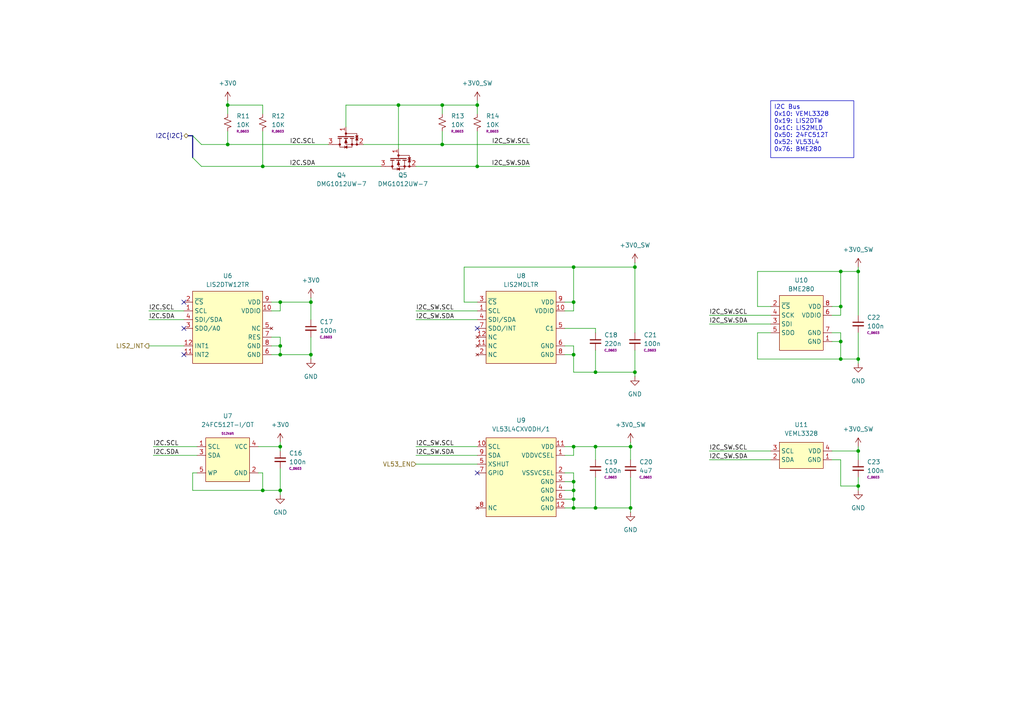
<source format=kicad_sch>
(kicad_sch (version 20250114) (generator "eeschema") (generator_version "9.0")
  (paper "A4")
  (title_block (title "Puzzlebox") (date "2025-12-27") (rev "v1.0") (company "TL Embedded Ltd"))
  (lib_symbols
    (symbol "C_Capacitor:C_0603" (pin_numbers (hide yes)) (pin_names (offset 1.016))
      (property "Reference" "C" (at 3.175 1.905 0))
      (property "Value" "100n" (at 5.08 0 0))
      (property "Size" "C_0603" (at 4.445 -1.905 0))
      (symbol "C_0603_1_1"
        (polyline (pts (xy -1.524 0.508) (xy 1.524 0.508)) (stroke (width 0.3048)))
        (polyline (pts (xy -1.524 -0.508) (xy 1.524 -0.508)) (stroke (width 0.3302)))
        (pin passive line (at 0 2.54 270) (length 2.032) (name "~") (number "1"))
        (pin passive line (at 0 -2.54 90) (length 2.032) (name "~") (number "2"))
      )
    )
    (symbol "Q_MOSFET:DMG1012UW-7" (pin_names (offset 0) (hide yes))
      (property "Reference" "Q" (at 2.286 1.524 0))
      (property "Value" "DMG1012UW-7" (at 2.286 -0.508 0))
      (symbol "DMG1012UW-7_0_1"
        (polyline (pts (xy -3.81 0) (xy -2.286 0)))
        (circle (center -3.175 0) (radius 0.254) (fill (type outline)))
        (polyline (pts (xy -2.286 -2.286) (xy -2.286 2.286)) (stroke (width 0.254)))
        (polyline (pts (xy -1.778 2.286) (xy -1.778 1.27)) (stroke (width 0.254)))
        (polyline (pts (xy -1.778 1.778) (xy 0.762 1.778) (xy 0.762 -1.778) (xy -1.778 -1.778)))
        (polyline (pts (xy -1.778 0.508) (xy -1.778 -0.508)) (stroke (width 0.254)))
        (polyline (pts (xy -1.778 -1.27) (xy -1.778 -2.286)) (stroke (width 0.254)))
        (polyline (pts (xy -1.778 -3.683) (xy -1.905 -3.556) (xy -1.905 -2.794) (xy -2.032 -2.667)))
        (polyline (pts (xy -1.4732 0) (xy -0.4572 -0.381) (xy -0.4572 0.381) (xy -1.4732 0)) (fill (type outline)))
        (polyline (pts (xy 0 3.81) (xy 0 1.778)))
        (circle (center 0 1.778) (radius 0.254) (fill (type outline)))
        (circle (center 0 -1.778) (radius 0.254) (fill (type outline)))
        (polyline (pts (xy 0 -3.175) (xy -3.175 -3.175) (xy -3.175 0)))
        (circle (center 0 -3.175) (radius 0.254) (fill (type outline)))
        (polyline (pts (xy 0 -3.81) (xy 0 0) (xy -1.778 0)))
        (polyline (pts (xy 1.143 0.381) (xy 0.381 0.381)))
      )
      (symbol "DMG1012UW-7_1_1"
        (polyline (pts (xy -1.905 -3.175) (xy -2.54 -3.556) (xy -2.54 -2.794) (xy -1.905 -3.175)) (fill (type outline)))
        (polyline (pts (xy -1.905 -3.175) (xy -1.27 -2.794) (xy -1.27 -3.556) (xy -1.905 -3.175)) (fill (type outline)))
        (polyline (pts (xy 0.762 0.3048) (xy 1.143 -0.3302) (xy 0.381 -0.3302) (xy 0.762 0.3048)) (fill (type outline)))
        (pin input line (at -5.08 0 0) (length 1.27) (name "G") (number "1"))
        (pin passive line (at 0 5.08 270) (length 1.27) (name "D") (number "3"))
        (pin passive line (at 0 -5.08 90) (length 1.27) (name "S") (number "2"))
      )
    )
    (symbol "R_Resistor:R_0603" (pin_numbers (hide yes)) (pin_names (offset 1.016))
      (property "Reference" "R" (at 2.54 1.905 0))
      (property "Value" "10K" (at 3.81 0 0))
      (property "Size" "R_0603" (at 3.81 -1.905 0))
      (symbol "R_0603_1_1"
        (polyline (pts (xy 0 1.524) (xy 1.016 1.143) (xy 0 0.762) (xy -1.016 0.381) (xy 0 0)))
        (polyline (pts (xy 0 0) (xy 1.016 -0.381) (xy 0 -0.762) (xy -1.016 -1.143) (xy 0 -1.524)))
        (pin passive line (at 0 2.54 270) (length 1.016) (name "~") (number "1"))
        (pin passive line (at 0 -2.54 90) (length 1.016) (name "~") (number "2"))
      )
    )
    (symbol "U_Memory:24AA01T-I/OT"
      (property "Reference" "U" (at -5.08 13.97 0))
      (property "Value" "24AA01T-I/OT" (at 0 -1.27 0))
      (property "Params" "1kbit" (at 0 -2.54 0))
      (symbol "24AA01T-I/OT_0_1"
        (rectangle (start -6.35 12.7) (end 6.35 0) (fill (type background)))
      )
      (symbol "24AA01T-I/OT_1_1"
        (pin bidirectional line (at -8.89 10.16 0) (length 2.54) (name "SCL") (number "1"))
        (pin bidirectional line (at -8.89 7.62 0) (length 2.54) (name "SDA") (number "3"))
        (pin input line (at -8.89 2.54 0) (length 2.54) (name "WP") (number "5"))
        (pin power_in line (at 8.89 10.16 180) (length 2.54) (name "VCC") (number "4"))
        (pin power_in line (at 8.89 2.54 180) (length 2.54) (name "GND") (number "2"))
      )
    )
    (symbol "U_Sensor:BME280"
      (property "Reference" "U" (at 0 19.05 0))
      (property "Value" "BME280" (at 0.254 17.018 0))
      (symbol "BME280_1_1"
        (rectangle (start -6.35 15.875) (end 6.35 0) (fill (type background)))
        (pin input line (at -8.89 12.7 0) (length 2.54) (name "~{CS}") (number "2"))
        (pin input line (at -8.89 10.16 0) (length 2.54) (name "SCK") (number "4"))
        (pin bidirectional line (at -8.89 7.62 0) (length 2.54) (name "SDI") (number "3"))
        (pin bidirectional line (at -8.89 5.08 0) (length 2.54) (name "SDO") (number "5"))
        (pin power_in line (at 8.89 12.7 180) (length 2.54) (name "VDD") (number "8"))
        (pin power_in line (at 8.89 10.16 180) (length 2.54) (name "VDDIO") (number "6"))
        (pin power_in line (at 8.89 5.08 180) (length 2.54) (name "GND") (number "7"))
        (pin power_in line (at 8.89 2.54 180) (length 2.54) (name "GND") (number "1"))
      )
    )
    (symbol "U_Sensor:LIS2DTW12"
      (property "Reference" "U" (at 0 24.384 0))
      (property "Value" "LIS2DTW12TR" (at 0.254 22.352 0))
      (symbol "LIS2DTW12_1_1"
        (rectangle (start -10.16 20.955) (end 10.16 0) (fill (type background)))
        (pin input line (at -12.7 17.78 0) (length 2.54) (name "~{CS}") (number "2"))
        (pin bidirectional line (at -12.7 15.24 0) (length 2.54) (name "SCL") (number "1"))
        (pin bidirectional line (at -12.7 12.7 0) (length 2.54) (name "SDI/SDA") (number "4"))
        (pin bidirectional line (at -12.7 10.16 0) (length 2.54) (name "SDO/A0") (number "3"))
        (pin output line (at -12.7 5.08 0) (length 2.54) (name "INT1") (number "12"))
        (pin output line (at -12.7 2.54 0) (length 2.54) (name "INT2") (number "11"))
        (pin power_in line (at 12.7 17.78 180) (length 2.54) (name "VDD") (number "9"))
        (pin power_in line (at 12.7 15.24 180) (length 2.54) (name "VDDIO") (number "10"))
        (pin no_connect line (at 12.7 10.16 180) (length 2.54) (name "NC") (number "5"))
        (pin passive line (at 12.7 7.62 180) (length 2.54) (name "RES") (number "7"))
        (pin power_in line (at 12.7 5.08 180) (length 2.54) (name "GND") (number "8"))
        (pin power_in line (at 12.7 2.54 180) (length 2.54) (name "GND") (number "6"))
      )
    )
    (symbol "U_Sensor:LIS2MDL"
      (property "Reference" "U" (at 0 24.384 0))
      (property "Value" "LIS2MDLTR" (at 0.254 22.352 0))
      (symbol "LIS2MDL_1_1"
        (rectangle (start -10.16 20.955) (end 10.16 0) (fill (type background)))
        (pin input line (at -12.7 17.78 0) (length 2.54) (name "~{CS}") (number "3"))
        (pin bidirectional line (at -12.7 15.24 0) (length 2.54) (name "SCL") (number "1"))
        (pin bidirectional line (at -12.7 12.7 0) (length 2.54) (name "SDI/SDA") (number "4"))
        (pin bidirectional line (at -12.7 10.16 0) (length 2.54) (name "SDO/INT") (number "7"))
        (pin no_connect line (at -12.7 7.62 0) (length 2.54) (name "NC") (number "12"))
        (pin no_connect line (at -12.7 5.08 0) (length 2.54) (name "NC") (number "11"))
        (pin no_connect line (at -12.7 2.54 0) (length 2.54) (name "NC") (number "2"))
        (pin power_in line (at 12.7 17.78 180) (length 2.54) (name "VDD") (number "9"))
        (pin power_in line (at 12.7 15.24 180) (length 2.54) (name "VDDIO") (number "10"))
        (pin passive line (at 12.7 10.16 180) (length 2.54) (name "C1") (number "5"))
        (pin power_in line (at 12.7 5.08 180) (length 2.54) (name "GND") (number "6"))
        (pin power_in line (at 12.7 2.54 180) (length 2.54) (name "GND") (number "8"))
      )
    )
    (symbol "U_Sensor:VEML3328"
      (property "Reference" "U" (at -5.588 9.398 0))
      (property "Value" "VEML3328" (at 0 -1.524 0))
      (symbol "VEML3328_1_1"
        (rectangle (start -6.35 7.62) (end 6.35 0) (fill (type background)))
        (pin bidirectional line (at -8.89 5.08 0) (length 2.54) (name "SCL") (number "3"))
        (pin bidirectional line (at -8.89 2.54 0) (length 2.54) (name "SDA") (number "2"))
        (pin power_in line (at 8.89 5.08 180) (length 2.54) (name "VDD") (number "4"))
        (pin power_in line (at 8.89 2.54 180) (length 2.54) (name "GND") (number "1"))
      )
    )
    (symbol "U_Sensor:VL53L4CX"
      (property "Reference" "U" (at -0.254 26.162 0))
      (property "Value" "VL53L4CXV0DH/1" (at 0 24.13 0))
      (symbol "VL53L4CX_1_1"
        (rectangle (start -10.16 22.86) (end 10.16 0) (fill (type background)))
        (pin bidirectional line (at -12.7 20.32 0) (length 2.54) (name "SCL") (number "10"))
        (pin bidirectional line (at -12.7 17.78 0) (length 2.54) (name "SDA") (number "9"))
        (pin input line (at -12.7 15.24 0) (length 2.54) (name "XSHUT") (number "5"))
        (pin bidirectional line (at -12.7 12.7 0) (length 2.54) (name "GPIO") (number "7"))
        (pin no_connect line (at -12.7 2.54 0) (length 2.54) (name "NC") (number "8"))
        (pin power_in line (at 12.7 20.32 180) (length 2.54) (name "VDD") (number "11"))
        (pin power_in line (at 12.7 17.78 180) (length 2.54) (name "VDDVCSEL") (number "1"))
        (pin power_in line (at 12.7 12.7 180) (length 2.54) (name "VSSVCSEL") (number "2"))
        (pin power_in line (at 12.7 10.16 180) (length 2.54) (name "GND") (number "3"))
        (pin power_in line (at 12.7 7.62 180) (length 2.54) (name "GND") (number "4"))
        (pin power_in line (at 12.7 5.08 180) (length 2.54) (name "GND") (number "6"))
        (pin power_in line (at 12.7 2.54 180) (length 2.54) (name "GND") (number "12"))
      )
    )
    (symbol "power:GND" (power) (pin_numbers (hide yes)) (pin_names (offset 0) (hide yes))
      (property "Value" "GND" (at 0 -3.81 0))
      (symbol "GND_0_1"
        (polyline (pts (xy 0 0) (xy 0 -1.27) (xy 1.27 -1.27) (xy 0 -2.54) (xy -1.27 -1.27) (xy 0 -1.27)))
      )
      (symbol "GND_1_1"
        (pin power_in line (at 0 0 270) (length 0) (name "~") (number "1"))
      )
    )
    (symbol "power:VDD" (power) (pin_numbers (hide yes)) (pin_names (offset 0) (hide yes))
      (property "Value" "VDD" (at 0 3.556 0))
      (symbol "VDD_0_1"
        (polyline (pts (xy -0.762 1.27) (xy 0 2.54)))
        (polyline (pts (xy 0 2.54) (xy 0.762 1.27)))
        (polyline (pts (xy 0 0) (xy 0 2.54)))
      )
      (symbol "VDD_1_1"
        (pin power_in line (at 0 0 90) (length 0) (name "~") (number "1"))
      )
    )
  )
  (text_box "I2C Bus\n0x10: VEML3328\n0x19: LIS2DTW\n0x1C: LIS2MLD\n0x50: 24FC512T\n0x52: VL53L4\n0x76: BME280" (at 223.52 29.21 0) (size 24.13 16.51) (margins 0.9525 0.9525 0.9525 0.9525) (effects (font (size 1.27 1.27)) (justify left top)))
  (junction (at 243.84 99.06))
  (junction (at 166.37 129.54))
  (junction (at 166.37 102.87))
  (junction (at 184.15 77.47))
  (junction (at 248.92 140.97))
  (junction (at 243.84 78.74))
  (junction (at 166.37 139.7))
  (junction (at 166.37 142.24))
  (junction (at 166.37 144.78))
  (junction (at 243.84 88.9))
  (junction (at 166.37 147.32))
  (junction (at 81.28 142.24))
  (junction (at 138.43 30.48))
  (junction (at 90.17 102.87))
  (junction (at 248.92 78.74))
  (junction (at 166.37 77.47))
  (junction (at 66.04 30.48))
  (junction (at 243.84 104.14))
  (junction (at 182.88 147.32))
  (junction (at 81.28 87.63))
  (junction (at 76.2 142.24))
  (junction (at 81.28 100.33))
  (junction (at 172.72 147.32))
  (junction (at 128.27 41.91))
  (junction (at 66.04 41.91))
  (junction (at 81.28 102.87))
  (junction (at 138.43 48.26))
  (junction (at 248.92 130.81))
  (junction (at 248.92 104.14))
  (junction (at 76.2 48.26))
  (junction (at 128.27 30.48))
  (junction (at 90.17 87.63))
  (junction (at 166.37 87.63))
  (junction (at 182.88 129.54))
  (junction (at 115.57 30.48))
  (junction (at 81.28 129.54))
  (junction (at 184.15 107.95))
  (junction (at 172.72 107.95))
  (junction (at 172.72 129.54))
  (no_connect (at 53.34 87.63))
  (no_connect (at 53.34 95.25))
  (no_connect (at 138.43 95.25))
  (no_connect (at 53.34 102.87))
  (no_connect (at 138.43 137.16))
  (bus_entry (at 55.88 39.37) (size 2.54 2.54))
  (bus_entry (at 55.88 45.72) (size 2.54 2.54))
  (wire (pts (xy 166.37 100.33) (xy 166.37 102.87)))
  (wire (pts (xy 172.72 129.54) (xy 166.37 129.54)))
  (wire (pts (xy 43.18 90.17) (xy 53.34 90.17)))
  (wire (pts (xy 172.72 96.52) (xy 172.72 95.25)))
  (bus (pts (xy 54.61 39.37) (xy 55.88 39.37)))
  (wire (pts (xy 81.28 128.27) (xy 81.28 129.54)))
  (wire (pts (xy 241.3 91.44) (xy 243.84 91.44)))
  (wire (pts (xy 163.83 132.08) (xy 166.37 132.08)))
  (wire (pts (xy 78.74 90.17) (xy 81.28 90.17)))
  (wire (pts (xy 138.43 30.48) (xy 128.27 30.48)))
  (wire (pts (xy 128.27 30.48) (xy 128.27 33.02)))
  (wire (pts (xy 166.37 129.54) (xy 166.37 132.08)))
  (wire (pts (xy 219.71 104.14) (xy 243.84 104.14)))
  (wire (pts (xy 120.65 48.26) (xy 138.43 48.26)))
  (wire (pts (xy 81.28 87.63) (xy 81.28 90.17)))
  (wire (pts (xy 57.15 137.16) (xy 55.88 137.16)))
  (wire (pts (xy 120.65 132.08) (xy 138.43 132.08)))
  (wire (pts (xy 90.17 102.87) (xy 90.17 104.14)))
  (wire (pts (xy 120.65 92.71) (xy 138.43 92.71)))
  (wire (pts (xy 44.45 129.54) (xy 57.15 129.54)))
  (wire (pts (xy 44.45 132.08) (xy 57.15 132.08)))
  (wire (pts (xy 105.41 41.91) (xy 128.27 41.91)))
  (wire (pts (xy 90.17 97.79) (xy 90.17 102.87)))
  (wire (pts (xy 241.3 88.9) (xy 243.84 88.9)))
  (wire (pts (xy 172.72 107.95) (xy 184.15 107.95)))
  (wire (pts (xy 243.84 133.35) (xy 243.84 140.97)))
  (wire (pts (xy 172.72 95.25) (xy 163.83 95.25)))
  (wire (pts (xy 182.88 138.43) (xy 182.88 147.32)))
  (wire (pts (xy 78.74 102.87) (xy 81.28 102.87)))
  (wire (pts (xy 163.83 144.78) (xy 166.37 144.78)))
  (wire (pts (xy 182.88 133.35) (xy 182.88 129.54)))
  (wire (pts (xy 66.04 29.21) (xy 66.04 30.48)))
  (wire (pts (xy 81.28 102.87) (xy 90.17 102.87)))
  (wire (pts (xy 243.84 96.52) (xy 243.84 99.06)))
  (wire (pts (xy 120.65 90.17) (xy 138.43 90.17)))
  (wire (pts (xy 241.3 130.81) (xy 248.92 130.81)))
  (wire (pts (xy 120.65 134.62) (xy 138.43 134.62)))
  (wire (pts (xy 81.28 87.63) (xy 90.17 87.63)))
  (wire (pts (xy 74.93 129.54) (xy 81.28 129.54)))
  (wire (pts (xy 205.74 133.35) (xy 223.52 133.35)))
  (wire (pts (xy 163.83 87.63) (xy 166.37 87.63)))
  (wire (pts (xy 241.3 99.06) (xy 243.84 99.06)))
  (wire (pts (xy 138.43 33.02) (xy 138.43 30.48)))
  (wire (pts (xy 172.72 147.32) (xy 166.37 147.32)))
  (wire (pts (xy 90.17 87.63) (xy 90.17 92.71)))
  (wire (pts (xy 243.84 78.74) (xy 248.92 78.74)))
  (wire (pts (xy 182.88 128.27) (xy 182.88 129.54)))
  (wire (pts (xy 81.28 100.33) (xy 81.28 102.87)))
  (wire (pts (xy 55.88 137.16) (xy 55.88 142.24)))
  (wire (pts (xy 115.57 43.18) (xy 115.57 30.48)))
  (wire (pts (xy 76.2 137.16) (xy 74.93 137.16)))
  (wire (pts (xy 166.37 144.78) (xy 166.37 147.32)))
  (wire (pts (xy 166.37 77.47) (xy 166.37 87.63)))
  (wire (pts (xy 134.62 77.47) (xy 166.37 77.47)))
  (wire (pts (xy 163.83 139.7) (xy 166.37 139.7)))
  (wire (pts (xy 66.04 38.1) (xy 66.04 41.91)))
  (wire (pts (xy 172.72 133.35) (xy 172.72 129.54)))
  (wire (pts (xy 76.2 48.26) (xy 110.49 48.26)))
  (wire (pts (xy 182.88 129.54) (xy 172.72 129.54)))
  (wire (pts (xy 243.84 140.97) (xy 248.92 140.97)))
  (wire (pts (xy 182.88 147.32) (xy 172.72 147.32)))
  (wire (pts (xy 243.84 91.44) (xy 243.84 88.9)))
  (wire (pts (xy 205.74 91.44) (xy 223.52 91.44)))
  (wire (pts (xy 219.71 78.74) (xy 243.84 78.74)))
  (wire (pts (xy 248.92 129.54) (xy 248.92 130.81)))
  (wire (pts (xy 76.2 142.24) (xy 81.28 142.24)))
  (wire (pts (xy 248.92 105.41) (xy 248.92 104.14)))
  (wire (pts (xy 248.92 78.74) (xy 248.92 91.44)))
  (wire (pts (xy 90.17 86.36) (xy 90.17 87.63)))
  (wire (pts (xy 163.83 129.54) (xy 166.37 129.54)))
  (wire (pts (xy 138.43 29.21) (xy 138.43 30.48)))
  (wire (pts (xy 166.37 77.47) (xy 184.15 77.47)))
  (wire (pts (xy 219.71 78.74) (xy 219.71 88.9)))
  (wire (pts (xy 219.71 88.9) (xy 223.52 88.9)))
  (wire (pts (xy 248.92 96.52) (xy 248.92 104.14)))
  (wire (pts (xy 163.83 142.24) (xy 166.37 142.24)))
  (wire (pts (xy 128.27 41.91) (xy 153.67 41.91)))
  (wire (pts (xy 241.3 96.52) (xy 243.84 96.52)))
  (wire (pts (xy 76.2 142.24) (xy 76.2 137.16)))
  (wire (pts (xy 205.74 93.98) (xy 223.52 93.98)))
  (wire (pts (xy 81.28 135.89) (xy 81.28 142.24)))
  (wire (pts (xy 76.2 30.48) (xy 66.04 30.48)))
  (wire (pts (xy 243.84 78.74) (xy 243.84 88.9)))
  (wire (pts (xy 182.88 147.32) (xy 182.88 148.59)))
  (wire (pts (xy 166.37 107.95) (xy 172.72 107.95)))
  (wire (pts (xy 184.15 76.2) (xy 184.15 77.47)))
  (wire (pts (xy 243.84 104.14) (xy 248.92 104.14)))
  (wire (pts (xy 81.28 129.54) (xy 81.28 130.81)))
  (wire (pts (xy 184.15 77.47) (xy 184.15 96.52)))
  (wire (pts (xy 172.72 101.6) (xy 172.72 107.95)))
  (wire (pts (xy 184.15 101.6) (xy 184.15 107.95)))
  (wire (pts (xy 66.04 30.48) (xy 66.04 33.02)))
  (wire (pts (xy 248.92 138.43) (xy 248.92 140.97)))
  (wire (pts (xy 100.33 30.48) (xy 115.57 30.48)))
  (wire (pts (xy 115.57 30.48) (xy 128.27 30.48)))
  (wire (pts (xy 166.37 137.16) (xy 166.37 139.7)))
  (wire (pts (xy 163.83 102.87) (xy 166.37 102.87)))
  (wire (pts (xy 43.18 100.33) (xy 53.34 100.33)))
  (wire (pts (xy 166.37 142.24) (xy 166.37 144.78)))
  (wire (pts (xy 55.88 142.24) (xy 76.2 142.24)))
  (wire (pts (xy 43.18 92.71) (xy 53.34 92.71)))
  (wire (pts (xy 248.92 77.47) (xy 248.92 78.74)))
  (wire (pts (xy 166.37 139.7) (xy 166.37 142.24)))
  (wire (pts (xy 81.28 143.51) (xy 81.28 142.24)))
  (wire (pts (xy 134.62 77.47) (xy 134.62 87.63)))
  (wire (pts (xy 78.74 100.33) (xy 81.28 100.33)))
  (wire (pts (xy 219.71 96.52) (xy 223.52 96.52)))
  (wire (pts (xy 58.42 41.91) (xy 66.04 41.91)))
  (wire (pts (xy 241.3 133.35) (xy 243.84 133.35)))
  (wire (pts (xy 184.15 109.22) (xy 184.15 107.95)))
  (wire (pts (xy 78.74 97.79) (xy 81.28 97.79)))
  (wire (pts (xy 66.04 41.91) (xy 95.25 41.91)))
  (wire (pts (xy 166.37 87.63) (xy 166.37 90.17)))
  (wire (pts (xy 78.74 87.63) (xy 81.28 87.63)))
  (wire (pts (xy 138.43 48.26) (xy 138.43 38.1)))
  (wire (pts (xy 120.65 129.54) (xy 138.43 129.54)))
  (wire (pts (xy 163.83 90.17) (xy 166.37 90.17)))
  (wire (pts (xy 172.72 138.43) (xy 172.72 147.32)))
  (wire (pts (xy 248.92 140.97) (xy 248.92 142.24)))
  (wire (pts (xy 76.2 33.02) (xy 76.2 30.48)))
  (wire (pts (xy 163.83 137.16) (xy 166.37 137.16)))
  (wire (pts (xy 81.28 97.79) (xy 81.28 100.33)))
  (wire (pts (xy 58.42 48.26) (xy 76.2 48.26)))
  (wire (pts (xy 205.74 130.81) (xy 223.52 130.81)))
  (wire (pts (xy 138.43 87.63) (xy 134.62 87.63)))
  (wire (pts (xy 243.84 99.06) (xy 243.84 104.14)))
  (wire (pts (xy 128.27 38.1) (xy 128.27 41.91)))
  (wire (pts (xy 138.43 48.26) (xy 153.67 48.26)))
  (wire (pts (xy 76.2 48.26) (xy 76.2 38.1)))
  (bus (pts (xy 55.88 39.37) (xy 55.88 45.72)))
  (wire (pts (xy 163.83 147.32) (xy 166.37 147.32)))
  (wire (pts (xy 166.37 107.95) (xy 166.37 102.87)))
  (wire (pts (xy 163.83 100.33) (xy 166.37 100.33)))
  (wire (pts (xy 248.92 133.35) (xy 248.92 130.81)))
  (wire (pts (xy 219.71 104.14) (xy 219.71 96.52)))
  (wire (pts (xy 100.33 36.83) (xy 100.33 30.48)))
  (label "I2C_SW.SCL" (at 120.65 90.17 0))
  (label "I2C_SW.SDA" (at 205.74 133.35 0))
  (label "I2C_SW.SDA" (at 120.65 132.08 0))
  (label "I2C_SW.SCL" (at 153.67 41.91 180))
  (label "I2C_SW.SDA" (at 153.67 48.26 180))
  (label "I2C.SCL" (at 91.44 41.91 180))
  (label "I2C_SW.SCL" (at 205.74 91.44 0))
  (label "I2C.SDA" (at 43.18 92.71 0))
  (label "I2C_SW.SCL" (at 120.65 129.54 0))
  (label "I2C_SW.SCL" (at 205.74 130.81 0))
  (label "I2C.SCL" (at 44.45 129.54 0))
  (label "I2C.SCL" (at 43.18 90.17 0))
  (label "I2C_SW.SDA" (at 205.74 93.98 0))
  (label "I2C.SDA" (at 44.45 132.08 0))
  (label "I2C.SDA" (at 91.44 48.26 180))
  (label "I2C_SW.SDA" (at 120.65 92.71 0))
  (hierarchical_label "I2C{I2C}" (shape bidirectional) (at 54.61 39.37 180))
  (hierarchical_label "VL53_EN" (shape input) (at 120.65 134.62 180))
  (hierarchical_label "LIS2_INT" (shape output) (at 43.18 100.33 180))
  (symbol (lib_id "power:GND") (at 182.88 148.59 0) (unit 1)
    (property "Reference" "#PWR040" (effects (hide yes)))
    (property "Value" "GND" (at 182.88 153.67 0))
    (property "Description" "Power symbol creates a global label with name \"GND\" , ground" (effects (hide yes)))
  )
  (symbol (lib_id "power:VDD") (at 81.28 128.27 0) (unit 1)
    (property "Reference" "#PWR034" (effects (hide yes)))
    (property "Value" "+3V0" (at 81.28 123.19 0))
    (property "Description" "Power symbol creates a global label with name \"+3V0\"" (effects (hide yes)))
  )
  (symbol (lib_id "U_Sensor:BME280") (at 232.41 101.6 0) (unit 1)
    (property "Reference" "U10" (at 232.41 81.28 0))
    (property "Value" "BME280" (at 232.41 83.82 0))
    (property "Footprint" "U_Module:LGA8_025_2.5x1_Bosch" (effects (hide yes)))
    (property "Datasheet" "https://www.bosch-sensortec.com/media/boschsensortec/downloads/datasheets/bst-bme280-ds002.pdf" (effects (hide yes)))
    (property "Description" "SENSOR PRESSURE HUMIDITY TEMP" (effects (hide yes)))
  )
  (symbol (lib_id "Q_MOSFET:DMG1012UW-7") (at 115.57 48.26 90) (mirror x) (unit 1)
    (property "Reference" "Q5" (at 116.84 50.8 90))
    (property "Value" "DMG1012UW-7" (at 116.84 53.34 90))
    (property "Footprint" "U_IC:SC70-3" (effects (hide yes)))
    (property "Datasheet" "https://www.diodes.com/assets/Datasheets/DMG1012UW.pdf" (effects (hide yes)))
    (property "Description" "MOSFET N-CH 20V 1A SOT323" (effects (hide yes)))
  )
  (symbol (lib_id "U_Sensor:VEML3328") (at 232.41 135.89 0) (unit 1)
    (property "Reference" "U11" (at 232.41 123.19 0))
    (property "Value" "VEML3328" (at 232.41 125.73 0))
    (property "Footprint" "U_IC:Vishay_80216OPLGA4L" (effects (hide yes)))
    (property "Datasheet" "https://www.vishay.com/docs/84968/veml3328.pdf" (effects (hide yes)))
    (property "Description" "RGBCIR COLOR SENSOR I2C OPLGA4" (effects (hide yes)))
  )
  (symbol (lib_id "U_Memory:24AA01T-I/OT") (at 66.04 139.7 0) (unit 1)
    (property "Reference" "U7" (at 66.04 120.65 0))
    (property "Value" "24FC512T-I/OT" (at 66.04 123.19 0))
    (property "Footprint" "U_IC:SOT23_5" (effects (hide yes)))
    (property "Datasheet" "https://ww1.microchip.com/downloads/en/DeviceDoc/24AA01-24LC01B-24FC01-1K-I2C-Serial-EEPROM-20001711M.pdf" (effects (hide yes)))
    (property "Description" "IC EEPROM 1KBIT I2C SOT23-5" (effects (hide yes)))
    (property "Params" "512kbit" (at 66.04 125.73 0) (effects (font (size 0.63 0.63))))
  )
  (symbol (lib_id "power:GND") (at 90.17 104.14 0) (unit 1)
    (property "Reference" "#PWR037" (effects (hide yes)))
    (property "Value" "GND" (at 90.17 109.22 0))
    (property "Description" "Power symbol creates a global label with name \"GND\" , ground" (effects (hide yes)))
  )
  (symbol (lib_id "power:VDD") (at 90.17 86.36 0) (unit 1)
    (property "Reference" "#PWR036" (effects (hide yes)))
    (property "Value" "+3V0" (at 90.17 81.28 0))
    (property "Description" "Power symbol creates a global label with name \"+3V0\"" (effects (hide yes)))
  )
  (symbol (lib_id "C_Capacitor:C_0603") (at 172.72 135.89 0) (unit 1)
    (property "Reference" "C19" (at 175.26 133.9912 0) (effects (justify left)))
    (property "Value" "100n" (at 175.26 136.5312 0) (effects (justify left)))
    (property "Footprint" "C_Capacitor:C_0603" (effects (hide yes)))
    (property "Size" "C_0603" (at 175.26 138.4363 0) (effects (font (size 0.635 0.635)) (justify left)))
  )
  (symbol (lib_id "power:VDD") (at 248.92 77.47 0) (unit 1)
    (property "Reference" "#PWR043" (effects (hide yes)))
    (property "Value" "+3V0_SW" (at 248.92 72.39 0))
    (property "Description" "Power symbol creates a global label with name \"+3V0_SW\"" (effects (hide yes)))
  )
  (symbol (lib_id "C_Capacitor:C_0603") (at 182.88 135.89 0) (unit 1)
    (property "Reference" "C20" (at 185.42 133.9912 0) (effects (justify left)))
    (property "Value" "4u7" (at 185.42 136.5312 0) (effects (justify left)))
    (property "Footprint" "C_Capacitor:C_0603" (effects (hide yes)))
    (property "Size" "C_0603" (at 185.42 138.4363 0) (effects (font (size 0.635 0.635)) (justify left)))
  )
  (symbol (lib_id "power:GND") (at 248.92 142.24 0) (unit 1)
    (property "Reference" "#PWR046" (effects (hide yes)))
    (property "Value" "GND" (at 248.92 147.32 0))
    (property "Description" "Power symbol creates a global label with name \"GND\" , ground" (effects (hide yes)))
  )
  (symbol (lib_id "R_Resistor:R_0603") (at 128.27 35.56 0) (mirror y) (unit 1)
    (property "Reference" "R13" (at 130.81 33.6549 0) (effects (justify right)))
    (property "Value" "10K" (at 130.81 36.1949 0) (effects (justify right)))
    (property "Footprint" "R_Resistor:R_0603" (effects (hide yes)))
    (property "Size" "R_0603" (at 130.81 38.1 0) (effects (font (size 0.635 0.635)) (justify right)))
  )
  (symbol (lib_id "C_Capacitor:C_0603") (at 184.15 99.06 0) (unit 1)
    (property "Reference" "C21" (at 186.69 97.1612 0) (effects (justify left)))
    (property "Value" "100n" (at 186.69 99.7012 0) (effects (justify left)))
    (property "Footprint" "C_Capacitor:C_0603" (effects (hide yes)))
    (property "Size" "C_0603" (at 186.69 101.6063 0) (effects (font (size 0.635 0.635)) (justify left)))
  )
  (symbol (lib_id "C_Capacitor:C_0603") (at 248.92 135.89 0) (unit 1)
    (property "Reference" "C23" (at 251.46 133.9912 0) (effects (justify left)))
    (property "Value" "100n" (at 251.46 136.5312 0) (effects (justify left)))
    (property "Footprint" "C_Capacitor:C_0603" (effects (hide yes)))
    (property "Size" "C_0603" (at 251.46 138.4363 0) (effects (font (size 0.635 0.635)) (justify left)))
  )
  (symbol (lib_id "U_Sensor:VL53L4CX") (at 151.13 149.86 0) (unit 1)
    (property "Reference" "U9" (at 151.13 121.92 0))
    (property "Value" "VL53L4CXV0DH/1" (at 151.13 124.46 0))
    (property "Footprint" "U_Module:ST_VL53Lxx" (effects (hide yes)))
    (property "Datasheet" "https://www.st.com/resource/en/datasheet/vl53l4cx.pdf" (effects (hide yes)))
    (property "Description" "SENSOR OPTICAL 10-100CM I2C" (effects (hide yes)))
  )
  (symbol (lib_id "Q_MOSFET:DMG1012UW-7") (at 100.33 41.91 90) (mirror x) (unit 1)
    (property "Reference" "Q4" (at 99.06 50.8 90))
    (property "Value" "DMG1012UW-7" (at 99.06 53.34 90))
    (property "Footprint" "U_IC:SC70-3" (effects (hide yes)))
    (property "Datasheet" "https://www.diodes.com/assets/Datasheets/DMG1012UW.pdf" (effects (hide yes)))
    (property "Description" "MOSFET N-CH 20V 1A SOT323" (effects (hide yes)))
  )
  (symbol (lib_id "power:GND") (at 248.92 105.41 0) (unit 1)
    (property "Reference" "#PWR044" (effects (hide yes)))
    (property "Value" "GND" (at 248.92 110.49 0))
    (property "Description" "Power symbol creates a global label with name \"GND\" , ground" (effects (hide yes)))
  )
  (symbol (lib_id "power:GND") (at 81.28 143.51 0) (unit 1)
    (property "Reference" "#PWR035" (effects (hide yes)))
    (property "Value" "GND" (at 81.28 148.59 0))
    (property "Description" "Power symbol creates a global label with name \"GND\" , ground" (effects (hide yes)))
  )
  (symbol (lib_id "R_Resistor:R_0603") (at 138.43 35.56 0) (mirror y) (unit 1)
    (property "Reference" "R14" (at 140.97 33.6549 0) (effects (justify right)))
    (property "Value" "10K" (at 140.97 36.1949 0) (effects (justify right)))
    (property "Footprint" "R_Resistor:R_0603" (effects (hide yes)))
    (property "Size" "R_0603" (at 140.97 38.1 0) (effects (font (size 0.635 0.635)) (justify right)))
  )
  (symbol (lib_id "U_Sensor:LIS2MDL") (at 151.13 105.41 0) (unit 1)
    (property "Reference" "U8" (at 151.13 80.01 0))
    (property "Value" "LIS2MDLTR" (at 151.13 82.55 0))
    (property "Footprint" "U_IC:LGA12_05_2x2_ST" (effects (hide yes)))
    (property "Datasheet" "https://www.st.com/content/ccc/resource/technical/document/datasheet/group3/29/13/d1/e0/9a/4d/4f/30/DM00395193/files/DM00395193.pdf/jcr:content/translations/en.DM00395193.pdf" (effects (hide yes)))
    (property "Description" "SENSOR MR I2C/SPI 12LGA" (effects (hide yes)))
  )
  (symbol (lib_id "C_Capacitor:C_0603") (at 248.92 93.98 0) (unit 1)
    (property "Reference" "C22" (at 251.46 92.0812 0) (effects (justify left)))
    (property "Value" "100n" (at 251.46 94.6212 0) (effects (justify left)))
    (property "Footprint" "C_Capacitor:C_0603" (effects (hide yes)))
    (property "Size" "C_0603" (at 251.46 96.5263 0) (effects (font (size 0.635 0.635)) (justify left)))
  )
  (symbol (lib_id "power:VDD") (at 138.43 29.21 0) (unit 1)
    (property "Reference" "#PWR038" (effects (hide yes)))
    (property "Value" "+3V0_SW" (at 138.43 24.13 0))
    (property "Description" "Power symbol creates a global label with name \"+3V0_SW\"" (effects (hide yes)))
  )
  (symbol (lib_id "R_Resistor:R_0603") (at 76.2 35.56 0) (mirror y) (unit 1)
    (property "Reference" "R12" (at 78.74 33.6549 0) (effects (justify right)))
    (property "Value" "10K" (at 78.74 36.1949 0) (effects (justify right)))
    (property "Footprint" "R_Resistor:R_0603" (effects (hide yes)))
    (property "Size" "R_0603" (at 78.74 38.1 0) (effects (font (size 0.635 0.635)) (justify right)))
  )
  (symbol (lib_id "C_Capacitor:C_0603") (at 172.72 99.06 0) (unit 1)
    (property "Reference" "C18" (at 175.26 97.1612 0) (effects (justify left)))
    (property "Value" "220n" (at 175.26 99.7012 0) (effects (justify left)))
    (property "Footprint" "C_Capacitor:C_0603" (effects (hide yes)))
    (property "Size" "C_0603" (at 175.26 101.6063 0) (effects (font (size 0.635 0.635)) (justify left)))
  )
  (symbol (lib_id "C_Capacitor:C_0603") (at 90.17 95.25 0) (unit 1)
    (property "Reference" "C17" (at 92.71 93.3512 0) (effects (justify left)))
    (property "Value" "100n" (at 92.71 95.8912 0) (effects (justify left)))
    (property "Footprint" "C_Capacitor:C_0603" (effects (hide yes)))
    (property "Size" "C_0603" (at 92.71 97.7963 0) (effects (font (size 0.635 0.635)) (justify left)))
  )
  (symbol (lib_id "power:VDD") (at 248.92 129.54 0) (unit 1)
    (property "Reference" "#PWR045" (effects (hide yes)))
    (property "Value" "+3V0_SW" (at 248.92 124.46 0))
    (property "Description" "Power symbol creates a global label with name \"+3V0_SW\"" (effects (hide yes)))
  )
  (symbol (lib_id "power:VDD") (at 66.04 29.21 0) (unit 1)
    (property "Reference" "#PWR033" (effects (hide yes)))
    (property "Value" "+3V0" (at 66.04 24.13 0))
    (property "Description" "Power symbol creates a global label with name \"+3V0\"" (effects (hide yes)))
  )
  (symbol (lib_id "power:VDD") (at 182.88 128.27 0) (unit 1)
    (property "Reference" "#PWR039" (effects (hide yes)))
    (property "Value" "+3V0_SW" (at 182.88 123.19 0))
    (property "Description" "Power symbol creates a global label with name \"+3V0_SW\"" (effects (hide yes)))
  )
  (symbol (lib_id "R_Resistor:R_0603") (at 66.04 35.56 0) (mirror y) (unit 1)
    (property "Reference" "R11" (at 68.58 33.6549 0) (effects (justify right)))
    (property "Value" "10K" (at 68.58 36.1949 0) (effects (justify right)))
    (property "Footprint" "R_Resistor:R_0603" (effects (hide yes)))
    (property "Size" "R_0603" (at 68.58 38.1 0) (effects (font (size 0.635 0.635)) (justify right)))
  )
  (symbol (lib_id "power:GND") (at 184.15 109.22 0) (unit 1)
    (property "Reference" "#PWR042" (effects (hide yes)))
    (property "Value" "GND" (at 184.15 114.3 0))
    (property "Description" "Power symbol creates a global label with name \"GND\" , ground" (effects (hide yes)))
  )
  (symbol (lib_id "U_Sensor:LIS2DTW12") (at 66.04 105.41 0) (unit 1)
    (property "Reference" "U6" (at 66.04 80.01 0))
    (property "Value" "LIS2DTW12TR" (at 66.04 82.55 0))
    (property "Footprint" "U_IC:LGA12_05_2x2_ST" (effects (hide yes)))
    (property "Datasheet" "https://www.st.com/resource/en/datasheet/lis2dtw12.pdf" (effects (hide yes)))
    (property "Description" "MEMS DIGITAL OUTPUT DUAL MOTION" (effects (hide yes)))
  )
  (symbol (lib_id "power:VDD") (at 184.15 76.2 0) (unit 1)
    (property "Reference" "#PWR041" (effects (hide yes)))
    (property "Value" "+3V0_SW" (at 184.15 71.12 0))
    (property "Description" "Power symbol creates a global label with name \"+3V0_SW\"" (effects (hide yes)))
  )
  (symbol (lib_id "C_Capacitor:C_0603") (at 81.28 133.35 0) (unit 1)
    (property "Reference" "C16" (at 83.82 131.4512 0) (effects (justify left)))
    (property "Value" "100n" (at 83.82 133.9912 0) (effects (justify left)))
    (property "Footprint" "C_Capacitor:C_0603" (effects (hide yes)))
    (property "Size" "C_0603" (at 83.82 135.8963 0) (effects (font (size 0.635 0.635)) (justify left)))
  )
)
</source>
